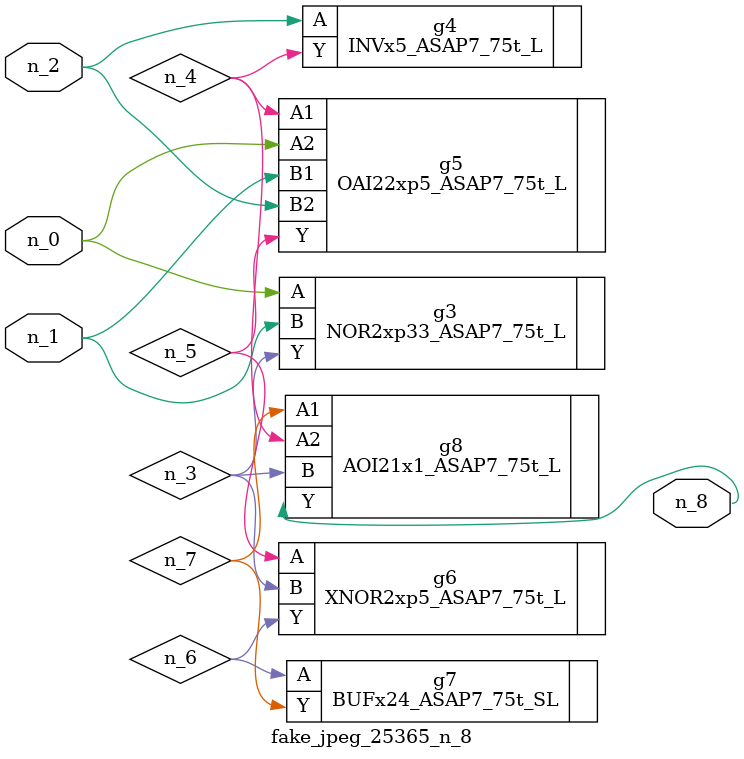
<source format=v>
module fake_jpeg_25365_n_8 (n_0, n_2, n_1, n_8);

input n_0;
input n_2;
input n_1;

output n_8;

wire n_3;
wire n_4;
wire n_6;
wire n_5;
wire n_7;

NOR2xp33_ASAP7_75t_L g3 ( 
.A(n_0),
.B(n_1),
.Y(n_3)
);

INVx5_ASAP7_75t_L g4 ( 
.A(n_2),
.Y(n_4)
);

OAI22xp5_ASAP7_75t_L g5 ( 
.A1(n_4),
.A2(n_0),
.B1(n_1),
.B2(n_2),
.Y(n_5)
);

XNOR2xp5_ASAP7_75t_L g6 ( 
.A(n_5),
.B(n_3),
.Y(n_6)
);

BUFx24_ASAP7_75t_SL g7 ( 
.A(n_6),
.Y(n_7)
);

AOI21x1_ASAP7_75t_L g8 ( 
.A1(n_7),
.A2(n_4),
.B(n_3),
.Y(n_8)
);


endmodule
</source>
